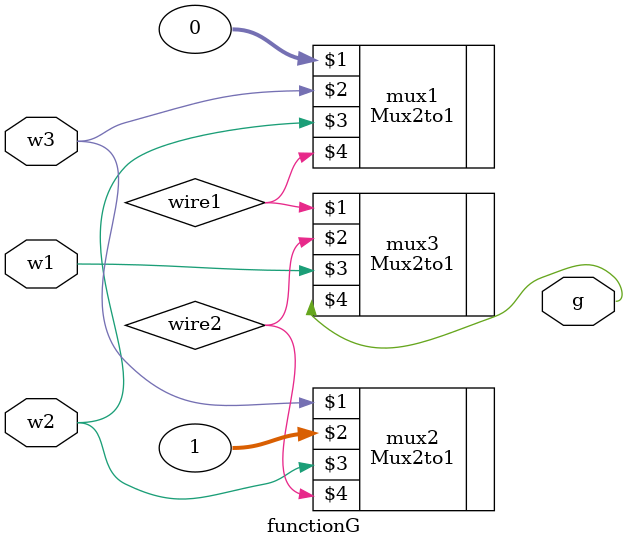
<source format=sv>
`timescale 1ns / 1ps
module functionG(
    input w1, w2, w3,
    output g
    );
wire wire1, wire2;
Mux2to1 mux1(0,w3,w2,wire1);
Mux2to1 mux2(w3,1,w2,wire2);
Mux2to1 mux3(wire1,wire2,w1,g);
endmodule

</source>
